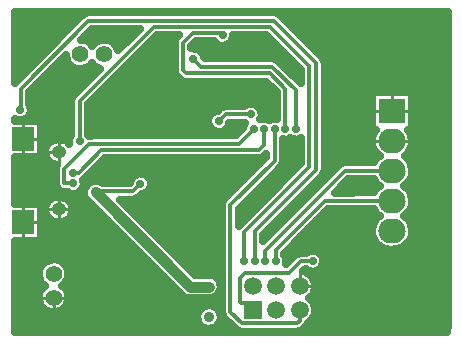
<source format=gbr>
G04 DipTrace 2.4.0.2*
%INBottom.gbr*%
%MOIN*%
%ADD13C,0.013*%
%ADD16C,0.01*%
%ADD17C,0.025*%
%ADD27C,0.036*%
%ADD32R,0.0591X0.0591*%
%ADD33C,0.0591*%
%ADD35C,0.056*%
%ADD45R,0.0906X0.0827*%
%ADD46O,0.0906X0.0827*%
%ADD48O,0.0492X0.0413*%
%ADD49R,0.0748X0.0787*%
%ADD62C,0.028*%
%FSLAX44Y44*%
G04*
G70*
G90*
G75*
G01*
%LNBottom*%
%LPD*%
X7910Y7520D2*
D13*
X7070D1*
X6840Y7290D1*
X7680Y2630D2*
Y3600D1*
X9850Y5770D1*
Y9120D1*
X8530Y10440D1*
X4670D1*
X2200Y7970D1*
Y6620D1*
X7963Y1006D2*
Y1230D1*
X7580D1*
X7530Y1280D1*
Y2060D1*
X7710Y2240D1*
X9190D1*
X9580Y2630D1*
X9960D1*
X8380D2*
Y2980D1*
X11040Y5640D1*
X12610D1*
X8730Y2630D2*
Y3000D1*
X10370Y4640D1*
X12610D1*
X8030Y2630D2*
Y3620D1*
X10090Y5680D1*
Y9220D1*
X8670Y10640D1*
X2490D1*
X230Y8380D1*
Y7650D1*
X210Y7670D1*
X9537Y1006D2*
Y647D1*
X9450Y560D1*
X7600D1*
X7220Y940D1*
Y4500D1*
X8700Y5980D1*
Y7030D1*
X1980Y5570D2*
X2160D1*
X2920Y6330D1*
X8170D1*
X8350Y6510D1*
Y7030D1*
X9050D2*
Y8370D1*
X8530Y8890D1*
X5740D1*
X5640Y8990D1*
Y9910D1*
X5970Y10240D1*
X6880D1*
X6960Y10160D1*
X9400Y7030D2*
Y8330D1*
X8620Y9110D1*
X6250D1*
X5990Y9370D1*
X1980Y5220D2*
X1680D1*
Y5710D1*
X2510Y6540D1*
X7510D1*
X8000Y7030D1*
X6510Y1780D2*
D27*
X5880D1*
X2740Y4920D1*
D13*
Y4950D1*
X3970D1*
X4220Y5200D1*
D62*
D3*
D27*
X2740Y4920D3*
D62*
X9960Y2630D3*
D27*
X6510Y1780D3*
X4090Y7600D3*
D62*
X9400Y7030D3*
X9050D3*
X8350D3*
X8000D3*
X6840Y7290D3*
X8700Y7030D3*
X8380Y2630D3*
X8030D3*
X7680D3*
X8730D3*
X210Y7670D3*
X2200Y6620D3*
X1980Y5570D3*
Y5220D3*
X6960Y10160D3*
X5990Y9370D3*
D27*
X6060Y5770D3*
D62*
X3400Y5850D3*
X3720D3*
X7910Y7520D3*
D27*
X8580Y4950D3*
X6510Y760D3*
X7150Y8560D3*
X6010Y7430D3*
X62Y10696D2*
D17*
X2129D1*
X9031D2*
X14442D1*
X62Y10448D2*
X1879D1*
X9281D2*
X14442D1*
X62Y10199D2*
X1629D1*
X2468D2*
X4012D1*
X9531D2*
X14442D1*
X62Y9950D2*
X1383D1*
X2496D2*
X2746D1*
X3281D2*
X3762D1*
X4597D2*
X5340D1*
X6097D2*
X6653D1*
X7269D2*
X8602D1*
X9777D2*
X14442D1*
X62Y9702D2*
X1133D1*
X4351D2*
X5336D1*
X6136D2*
X8852D1*
X10027D2*
X14442D1*
X62Y9453D2*
X883D1*
X4101D2*
X5336D1*
X6359D2*
X9098D1*
X10277D2*
X14442D1*
X62Y9204D2*
X637D1*
X1472D2*
X1824D1*
X3851D2*
X5336D1*
X8945D2*
X9348D1*
X10394D2*
X14442D1*
X62Y8955D2*
X387D1*
X1222D2*
X2766D1*
X3605D2*
X5340D1*
X9191D2*
X9547D1*
X10394D2*
X14442D1*
X62Y8707D2*
X140D1*
X976D2*
X2520D1*
X3355D2*
X5504D1*
X9441D2*
X9547D1*
X10394D2*
X14442D1*
X726Y8458D2*
X2270D1*
X3105D2*
X8543D1*
X10394D2*
X14442D1*
X535Y8209D2*
X2020D1*
X2859D2*
X8746D1*
X10394D2*
X11918D1*
X13300D2*
X14442D1*
X535Y7961D2*
X1899D1*
X2609D2*
X8746D1*
X10394D2*
X11918D1*
X13300D2*
X14442D1*
X585Y7712D2*
X1899D1*
X2503D2*
X6844D1*
X8230D2*
X8746D1*
X10394D2*
X11918D1*
X13300D2*
X14442D1*
X523Y7463D2*
X1899D1*
X2503D2*
X6508D1*
X8285D2*
X8746D1*
X10394D2*
X11918D1*
X13300D2*
X14442D1*
X937Y7215D2*
X1899D1*
X2503D2*
X6469D1*
X7210D2*
X7676D1*
X10394D2*
X11918D1*
X13300D2*
X14442D1*
X937Y6966D2*
X1899D1*
X2503D2*
X6676D1*
X7003D2*
X7520D1*
X10394D2*
X12012D1*
X13210D2*
X14442D1*
X937Y6717D2*
X1836D1*
X10394D2*
X11926D1*
X13296D2*
X14442D1*
X937Y6469D2*
X1077D1*
X9003D2*
X9547D1*
X10394D2*
X11942D1*
X13277D2*
X14442D1*
X937Y6220D2*
X1023D1*
X9003D2*
X9547D1*
X10394D2*
X12082D1*
X13140D2*
X14442D1*
X62Y5971D2*
X1141D1*
X2980D2*
X8274D1*
X9003D2*
X9547D1*
X10394D2*
X12016D1*
X13206D2*
X14442D1*
X62Y5723D2*
X1379D1*
X2730D2*
X8024D1*
X8859D2*
X9383D1*
X10394D2*
X10703D1*
X13296D2*
X14442D1*
X62Y5474D2*
X1375D1*
X2480D2*
X3973D1*
X4468D2*
X7778D1*
X8613D2*
X9137D1*
X10300D2*
X10457D1*
X13277D2*
X14442D1*
X62Y5225D2*
X1375D1*
X2359D2*
X2469D1*
X4597D2*
X7528D1*
X8363D2*
X8887D1*
X10054D2*
X10207D1*
X11042D2*
X12078D1*
X13144D2*
X14442D1*
X62Y4976D2*
X1520D1*
X4519D2*
X7278D1*
X8113D2*
X8637D1*
X9804D2*
X9957D1*
X10796D2*
X12016D1*
X13203D2*
X14442D1*
X62Y4728D2*
X1246D1*
X1761D2*
X2371D1*
X4164D2*
X7031D1*
X7867D2*
X8391D1*
X9554D2*
X9711D1*
X13296D2*
X14442D1*
X937Y4479D2*
X1038D1*
X1968D2*
X2602D1*
X3761D2*
X6918D1*
X7617D2*
X8141D1*
X9308D2*
X9461D1*
X13281D2*
X14442D1*
X937Y4230D2*
X1038D1*
X1968D2*
X2848D1*
X4011D2*
X6918D1*
X7523D2*
X7891D1*
X9058D2*
X9211D1*
X10378D2*
X12071D1*
X13148D2*
X14442D1*
X937Y3982D2*
X1250D1*
X1761D2*
X3098D1*
X4257D2*
X6918D1*
X7523D2*
X7645D1*
X8808D2*
X8965D1*
X10128D2*
X12020D1*
X13199D2*
X14442D1*
X937Y3733D2*
X3348D1*
X4507D2*
X6918D1*
X8562D2*
X8717D1*
X9882D2*
X11926D1*
X13292D2*
X14442D1*
X937Y3484D2*
X3594D1*
X4757D2*
X6918D1*
X8331D2*
X8464D1*
X9632D2*
X11938D1*
X13281D2*
X14442D1*
X62Y3236D2*
X3844D1*
X5003D2*
X6918D1*
X9382D2*
X12067D1*
X13152D2*
X14442D1*
X62Y2987D2*
X4094D1*
X5253D2*
X6918D1*
X9136D2*
X14442D1*
X62Y2738D2*
X4340D1*
X5503D2*
X6918D1*
X9089D2*
X9270D1*
X10320D2*
X14442D1*
X62Y2490D2*
X910D1*
X1746D2*
X4590D1*
X5749D2*
X6918D1*
X10308D2*
X14442D1*
X62Y2241D2*
X813D1*
X1843D2*
X4840D1*
X5999D2*
X6918D1*
X9804D2*
X14442D1*
X62Y1992D2*
X852D1*
X1804D2*
X5086D1*
X10031D2*
X14442D1*
X62Y1744D2*
X946D1*
X1714D2*
X5336D1*
X10070D2*
X14442D1*
X62Y1495D2*
X817D1*
X1839D2*
X5586D1*
X6804D2*
X6918D1*
X9972D2*
X14442D1*
X62Y1246D2*
X836D1*
X1820D2*
X6918D1*
X10011D2*
X14442D1*
X62Y997D2*
X1028D1*
X1628D2*
X6172D1*
X10070D2*
X14442D1*
X62Y749D2*
X6094D1*
X9999D2*
X14442D1*
X62Y500D2*
X6192D1*
X6831D2*
X7242D1*
X9796D2*
X14442D1*
X10030Y883D2*
X9985Y766D1*
X9914Y664D1*
X9808Y578D1*
X9765Y489D1*
X9647Y363D1*
X9581Y315D1*
X9501Y287D1*
X9510Y265D1*
X14454D1*
X14465Y490D1*
Y10934D1*
X14240Y10945D1*
X46D1*
X35Y10720D1*
Y8575D1*
X2243Y10786D1*
X2293Y10837D1*
X2402Y10903D1*
X2371Y10891D1*
X2490Y10918D1*
X8670D1*
X8794Y10888D1*
X8763Y10902D1*
X8867Y10837D1*
X10287Y9417D1*
X10353Y9308D1*
X10341Y9339D1*
X10368Y9220D1*
Y5680D1*
X10338Y5556D1*
X10352Y5587D1*
X10287Y5483D1*
X8306Y3503D1*
X8308Y3304D1*
X10843Y5837D1*
X10952Y5903D1*
X10921Y5891D1*
X11040Y5918D1*
X12013D1*
X12072Y6019D1*
X12157Y6110D1*
X12198Y6140D1*
X12128Y6196D1*
X12049Y6293D1*
X11991Y6403D1*
X11955Y6523D1*
X11944Y6647D1*
X11958Y6771D1*
X11996Y6890D1*
X12057Y6999D1*
X12068Y7013D1*
X11944Y7014D1*
Y8266D1*
X13276D1*
Y7014D1*
X13152D1*
X13212Y6916D1*
X13255Y6799D1*
X13275Y6676D1*
X13268Y6540D1*
X13236Y6420D1*
X13180Y6308D1*
X13104Y6209D1*
X13027Y6140D1*
X13130Y6041D1*
X13200Y5938D1*
X13248Y5823D1*
X13276Y5640D1*
X13263Y5516D1*
X13227Y5397D1*
X13167Y5287D1*
X13087Y5191D1*
X13023Y5140D1*
X13130Y5041D1*
X13200Y4938D1*
X13248Y4823D1*
X13276Y4640D1*
X13263Y4516D1*
X13227Y4397D1*
X13167Y4287D1*
X13087Y4191D1*
X13023Y4140D1*
X13130Y4041D1*
X13200Y3938D1*
X13248Y3823D1*
X13276Y3640D1*
X13263Y3516D1*
X13227Y3397D1*
X13167Y3287D1*
X13087Y3191D1*
X12989Y3114D1*
X12878Y3057D1*
X12758Y3023D1*
X12571Y3014D1*
X12431Y3029D1*
X12312Y3069D1*
X12204Y3132D1*
X12111Y3214D1*
X12036Y3314D1*
X11982Y3427D1*
X11951Y3547D1*
X11945Y3672D1*
X11964Y3796D1*
X12007Y3913D1*
X12072Y4019D1*
X12157Y4110D1*
X12198Y4140D1*
X12111Y4214D1*
X12036Y4314D1*
X12014Y4360D1*
X10735Y4362D1*
X10481D1*
X9948Y3825D1*
X9006Y2883D1*
X9008Y2848D1*
X9071Y2722D1*
X9083Y2630D1*
X9063Y2519D1*
X9082Y2525D1*
X9383Y2827D1*
X9492Y2893D1*
X9461Y2881D1*
X9580Y2908D1*
X9740D1*
X9802Y2946D1*
X9922Y2981D1*
X10046Y2972D1*
X10159Y2921D1*
X10248Y2834D1*
X10301Y2722D1*
X10313Y2630D1*
X10291Y2508D1*
X10228Y2400D1*
X10132Y2322D1*
X10014Y2281D1*
X9890Y2284D1*
X9774Y2330D1*
X9748Y2353D1*
X9688Y2345D1*
X9641Y2291D1*
X9759Y2251D1*
X9864Y2183D1*
X9949Y2092D1*
X10009Y1983D1*
X10041Y1862D1*
X10043Y1744D1*
X10016Y1622D1*
X9960Y1511D1*
X9878Y1417D1*
X9859Y1400D1*
X9949Y1304D1*
X10009Y1195D1*
X10041Y1075D1*
X10046Y1006D1*
X10030Y883D1*
X1805Y2070D2*
X1759Y1954D1*
X1685Y1854D1*
X1622Y1802D1*
X1704Y1726D1*
X1760Y1644D1*
X1799Y1552D1*
X1819Y1454D1*
X1815Y1332D1*
X1790Y1235D1*
X1746Y1145D1*
X1685Y1066D1*
X1609Y1001D1*
X1522Y953D1*
X1427Y923D1*
X1328Y913D1*
X1228Y924D1*
X1133Y954D1*
X1046Y1002D1*
X970Y1067D1*
X909Y1146D1*
X865Y1236D1*
X841Y1333D1*
X836Y1432D1*
X851Y1531D1*
X886Y1625D1*
X939Y1709D1*
X1008Y1781D1*
X1032Y1800D1*
X923Y1913D1*
X865Y2023D1*
X838Y2145D1*
X841Y2270D1*
X876Y2389D1*
X939Y2497D1*
X1028Y2584D1*
X1135Y2647D1*
X1255Y2681D1*
X1380Y2684D1*
X1501Y2655D1*
X1611Y2597D1*
X1704Y2513D1*
X1772Y2409D1*
X1811Y2291D1*
X1821Y2194D1*
X1805Y2070D1*
X2619Y9815D2*
X2713Y9913D1*
X2821Y9976D1*
X2941Y10009D1*
X3065Y10012D1*
X3187Y9984D1*
X3297Y9925D1*
X3389Y9841D1*
X3457Y9737D1*
X3486Y9652D1*
X4199Y10362D1*
X2604D1*
X2258Y10015D1*
X2399Y9984D1*
X2510Y9925D1*
X2617Y9819D1*
X12196Y5140D2*
X12111Y5214D1*
X12036Y5314D1*
X12014Y5360D1*
X11153Y5362D1*
X10709Y4916D1*
X12007Y4918D1*
X12072Y5019D1*
X12157Y5110D1*
X12198Y5140D1*
X1475Y3936D2*
X1375Y3945D1*
X1281Y3978D1*
X1197Y4032D1*
X1129Y4105D1*
X1079Y4191D1*
X1051Y4287D1*
X1047Y4387D1*
X1066Y4485D1*
X1108Y4575D1*
X1170Y4653D1*
X1248Y4715D1*
X1339Y4756D1*
X1437Y4774D1*
X1591Y4772D1*
X1688Y4749D1*
X1777Y4704D1*
X1853Y4639D1*
X1911Y4558D1*
X1949Y4466D1*
X1964Y4355D1*
X1952Y4256D1*
X1917Y4163D1*
X1861Y4080D1*
X1787Y4013D1*
X1699Y3965D1*
X1603Y3940D1*
X1465Y3936D1*
X4551Y5078D2*
X4488Y4970D1*
X4392Y4892D1*
X4263Y4851D1*
X4167Y4753D1*
X4058Y4687D1*
X4089Y4699D1*
X3970Y4672D1*
X3548Y4668D1*
X6042Y2173D1*
X6510D1*
X6633Y2153D1*
X6743Y2096D1*
X6831Y2007D1*
X6886Y1896D1*
X6903Y1772D1*
X6881Y1650D1*
X6822Y1540D1*
X6731Y1455D1*
X6618Y1402D1*
X6510Y1387D1*
X5880D1*
X5757Y1407D1*
X5644Y1467D1*
X5337Y1767D1*
X2462Y4642D1*
X2389Y4743D1*
X2351Y4862D1*
X2353Y4986D1*
X2393Y5104D1*
X2468Y5203D1*
X2570Y5274D1*
X2689Y5310D1*
X2814Y5306D1*
X2933Y5262D1*
X2990Y5228D1*
X3853D1*
X3870Y5243D1*
X3895Y5337D1*
X3963Y5442D1*
X4062Y5516D1*
X4182Y5551D1*
X4306Y5542D1*
X4419Y5491D1*
X4508Y5404D1*
X4561Y5292D1*
X4573Y5200D1*
X4551Y5078D1*
X9575Y6724D2*
X9454Y6681D1*
X9330Y6684D1*
X9222Y6722D1*
X9104Y6681D1*
X8976Y6685D1*
X8978Y5980D1*
X8948Y5856D1*
X8962Y5887D1*
X8897Y5783D1*
X7496Y4383D1*
X7498Y3809D1*
X9574Y5887D1*
X9572Y6719D1*
X8218Y7353D2*
X8312Y7381D1*
X8436Y7372D1*
X8524Y7333D1*
X8542Y7346D1*
X8662Y7381D1*
X8774Y7373D1*
X8772Y8253D1*
X8414Y8613D1*
X5740Y8612D1*
X5616Y8642D1*
X5562Y8677D1*
X5443Y8793D1*
X5389Y8870D1*
X5362Y8990D1*
Y9910D1*
X5392Y10034D1*
X5378Y10003D1*
X5443Y10107D1*
X5501Y10165D1*
X4784Y10162D1*
X2477Y7854D1*
X2478Y6841D1*
X2493Y6814D1*
X2760Y6818D1*
X7397D1*
X7648Y7071D1*
X7675Y7167D1*
X7715Y7229D1*
X7660Y7242D1*
X7187D1*
X7171Y7168D1*
X7108Y7060D1*
X7012Y6982D1*
X6894Y6941D1*
X6770Y6944D1*
X6654Y6990D1*
X6562Y7073D1*
X6504Y7183D1*
X6487Y7306D1*
X6515Y7427D1*
X6583Y7532D1*
X6682Y7606D1*
X6798Y7640D1*
X6873Y7717D1*
X6982Y7783D1*
X6951Y7771D1*
X7070Y7798D1*
X7691D1*
X7752Y7836D1*
X7872Y7871D1*
X7996Y7862D1*
X8109Y7811D1*
X8198Y7724D1*
X8251Y7612D1*
X8263Y7520D1*
X8241Y7398D1*
X8216Y7354D1*
X2309Y5336D2*
X2321Y5312D1*
X2333Y5220D1*
X2311Y5098D1*
X2248Y4990D1*
X2152Y4912D1*
X2034Y4871D1*
X1910Y4874D1*
X1794Y4920D1*
X1768Y4943D1*
X1680Y4942D1*
X1559Y4970D1*
X1462Y5047D1*
X1409Y5163D1*
X1402Y5345D1*
Y5710D1*
X1432Y5834D1*
X1438Y5846D1*
X1351Y5861D1*
X1259Y5899D1*
X1178Y5958D1*
X1114Y6035D1*
X1070Y6124D1*
X1048Y6221D1*
X1049Y6321D1*
X1074Y6418D1*
X1121Y6506D1*
X1188Y6580D1*
X1270Y6636D1*
X1363Y6672D1*
X1465Y6684D1*
X1616Y6678D1*
X1711Y6650D1*
X1797Y6599D1*
X1855Y6546D1*
X1847Y6636D1*
X1875Y6757D1*
X1924Y6832D1*
X1922Y7970D1*
X1952Y8094D1*
X1938Y8063D1*
X2003Y8167D1*
X2888Y9048D1*
X2796Y9080D1*
X2692Y9148D1*
X2622Y9227D1*
X2583Y9182D1*
X2487Y9103D1*
X2373Y9051D1*
X2251Y9029D1*
X2126Y9039D1*
X2008Y9080D1*
X1905Y9148D1*
X1821Y9241D1*
X1764Y9352D1*
X1736Y9493D1*
X507Y8264D1*
X508Y7860D1*
X551Y7762D1*
X563Y7670D1*
X541Y7548D1*
X478Y7440D1*
X382Y7362D1*
X264Y7321D1*
X140Y7324D1*
X35Y7365D1*
X36Y7304D1*
X910D1*
Y6091D1*
X35D1*
X36Y4529D1*
X910D1*
Y3316D1*
X35D1*
Y276D1*
X260Y265D1*
X9510D1*
X9325Y282D1*
X7600D1*
X7476Y312D1*
X7507Y298D1*
X7403Y363D1*
X7023Y743D1*
X6957Y852D1*
X6969Y821D1*
X6942Y940D1*
Y4500D1*
X6972Y4624D1*
X6958Y4593D1*
X7023Y4697D1*
X8424Y6097D1*
X8422Y6187D1*
X8367Y6133D1*
X8258Y6067D1*
X8289Y6079D1*
X8170Y6052D1*
X3033D1*
X2353Y5371D1*
X7291Y10038D2*
X7228Y9930D1*
X7132Y9852D1*
X7014Y9811D1*
X6890Y9814D1*
X6774Y9860D1*
X6673Y9960D1*
X6087Y9962D1*
X5915Y9792D1*
X5918Y9719D1*
X6076Y9712D1*
X6189Y9661D1*
X6278Y9574D1*
X6331Y9462D1*
X6337Y9419D1*
X6366Y9387D1*
X8620Y9388D1*
X8744Y9358D1*
X8713Y9372D1*
X8817Y9307D1*
X9571Y8552D1*
X9572Y9008D1*
X8946Y9631D1*
X8413Y10163D1*
X7313Y10160D1*
X7291Y10038D1*
X6883Y637D2*
X6826Y527D1*
X6737Y439D1*
X6626Y384D1*
X6502Y367D1*
X6380Y389D1*
X6270Y448D1*
X6185Y539D1*
X6132Y652D1*
X6117Y775D1*
X6142Y897D1*
X6203Y1006D1*
X6295Y1089D1*
X6409Y1140D1*
X6533Y1152D1*
X6655Y1125D1*
X6762Y1062D1*
X6843Y968D1*
X6892Y853D1*
X6903Y760D1*
X6883Y637D1*
X9537Y2301D2*
D16*
Y1794D1*
X10045D1*
X1328Y1406D2*
Y914D1*
X836Y1406D2*
X1821D1*
X12610Y8266D2*
Y7640D1*
X11945D2*
X13275D1*
X11945Y6640D2*
X13275D1*
X1504Y6684D2*
Y5846D1*
X1046Y6265D2*
X1504D1*
X1505Y4774D2*
Y3936D1*
X1046Y4355D2*
X1963D1*
X323Y7304D2*
Y6092D1*
Y6698D2*
X910D1*
X323Y4528D2*
Y3316D1*
Y3922D2*
X910D1*
D32*
X7963Y1006D3*
D33*
X8750D3*
X9537D3*
Y1794D3*
X8750D3*
X7963D3*
D35*
X1328Y2194D3*
Y1406D3*
X3014Y9522D3*
X2226D3*
D45*
X12610Y7640D3*
D46*
Y6640D3*
Y5640D3*
Y4640D3*
Y3640D3*
D48*
X1504Y6265D3*
X1505Y4355D3*
D49*
X323Y6698D3*
Y3922D3*
M02*

</source>
